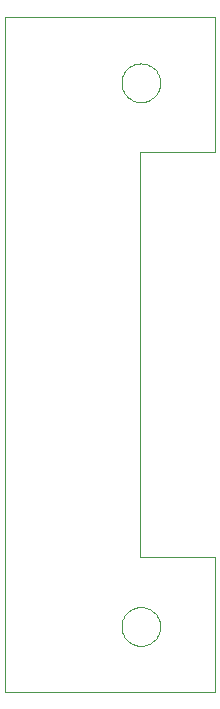
<source format=gko>
G75*
G70*
%OFA0B0*%
%FSLAX24Y24*%
%IPPOS*%
%LPD*%
%AMOC8*
5,1,8,0,0,1.08239X$1,22.5*
%
%ADD10C,0.0000*%
D10*
X000666Y000430D02*
X000666Y022930D01*
X007666Y022930D01*
X007666Y018430D01*
X005166Y018430D01*
X005166Y004930D01*
X007666Y004930D01*
X007666Y000430D01*
X000666Y000430D01*
X004541Y002620D02*
X004543Y002671D01*
X004549Y002721D01*
X004559Y002771D01*
X004573Y002819D01*
X004590Y002867D01*
X004611Y002913D01*
X004636Y002957D01*
X004664Y002999D01*
X004696Y003039D01*
X004730Y003076D01*
X004767Y003110D01*
X004807Y003142D01*
X004849Y003170D01*
X004893Y003195D01*
X004939Y003216D01*
X004987Y003233D01*
X005035Y003247D01*
X005085Y003257D01*
X005135Y003263D01*
X005186Y003265D01*
X005237Y003263D01*
X005287Y003257D01*
X005337Y003247D01*
X005385Y003233D01*
X005433Y003216D01*
X005479Y003195D01*
X005523Y003170D01*
X005565Y003142D01*
X005605Y003110D01*
X005642Y003076D01*
X005676Y003039D01*
X005708Y002999D01*
X005736Y002957D01*
X005761Y002913D01*
X005782Y002867D01*
X005799Y002819D01*
X005813Y002771D01*
X005823Y002721D01*
X005829Y002671D01*
X005831Y002620D01*
X005829Y002569D01*
X005823Y002519D01*
X005813Y002469D01*
X005799Y002421D01*
X005782Y002373D01*
X005761Y002327D01*
X005736Y002283D01*
X005708Y002241D01*
X005676Y002201D01*
X005642Y002164D01*
X005605Y002130D01*
X005565Y002098D01*
X005523Y002070D01*
X005479Y002045D01*
X005433Y002024D01*
X005385Y002007D01*
X005337Y001993D01*
X005287Y001983D01*
X005237Y001977D01*
X005186Y001975D01*
X005135Y001977D01*
X005085Y001983D01*
X005035Y001993D01*
X004987Y002007D01*
X004939Y002024D01*
X004893Y002045D01*
X004849Y002070D01*
X004807Y002098D01*
X004767Y002130D01*
X004730Y002164D01*
X004696Y002201D01*
X004664Y002241D01*
X004636Y002283D01*
X004611Y002327D01*
X004590Y002373D01*
X004573Y002421D01*
X004559Y002469D01*
X004549Y002519D01*
X004543Y002569D01*
X004541Y002620D01*
X004541Y020740D02*
X004543Y020791D01*
X004549Y020841D01*
X004559Y020891D01*
X004573Y020939D01*
X004590Y020987D01*
X004611Y021033D01*
X004636Y021077D01*
X004664Y021119D01*
X004696Y021159D01*
X004730Y021196D01*
X004767Y021230D01*
X004807Y021262D01*
X004849Y021290D01*
X004893Y021315D01*
X004939Y021336D01*
X004987Y021353D01*
X005035Y021367D01*
X005085Y021377D01*
X005135Y021383D01*
X005186Y021385D01*
X005237Y021383D01*
X005287Y021377D01*
X005337Y021367D01*
X005385Y021353D01*
X005433Y021336D01*
X005479Y021315D01*
X005523Y021290D01*
X005565Y021262D01*
X005605Y021230D01*
X005642Y021196D01*
X005676Y021159D01*
X005708Y021119D01*
X005736Y021077D01*
X005761Y021033D01*
X005782Y020987D01*
X005799Y020939D01*
X005813Y020891D01*
X005823Y020841D01*
X005829Y020791D01*
X005831Y020740D01*
X005829Y020689D01*
X005823Y020639D01*
X005813Y020589D01*
X005799Y020541D01*
X005782Y020493D01*
X005761Y020447D01*
X005736Y020403D01*
X005708Y020361D01*
X005676Y020321D01*
X005642Y020284D01*
X005605Y020250D01*
X005565Y020218D01*
X005523Y020190D01*
X005479Y020165D01*
X005433Y020144D01*
X005385Y020127D01*
X005337Y020113D01*
X005287Y020103D01*
X005237Y020097D01*
X005186Y020095D01*
X005135Y020097D01*
X005085Y020103D01*
X005035Y020113D01*
X004987Y020127D01*
X004939Y020144D01*
X004893Y020165D01*
X004849Y020190D01*
X004807Y020218D01*
X004767Y020250D01*
X004730Y020284D01*
X004696Y020321D01*
X004664Y020361D01*
X004636Y020403D01*
X004611Y020447D01*
X004590Y020493D01*
X004573Y020541D01*
X004559Y020589D01*
X004549Y020639D01*
X004543Y020689D01*
X004541Y020740D01*
M02*

</source>
